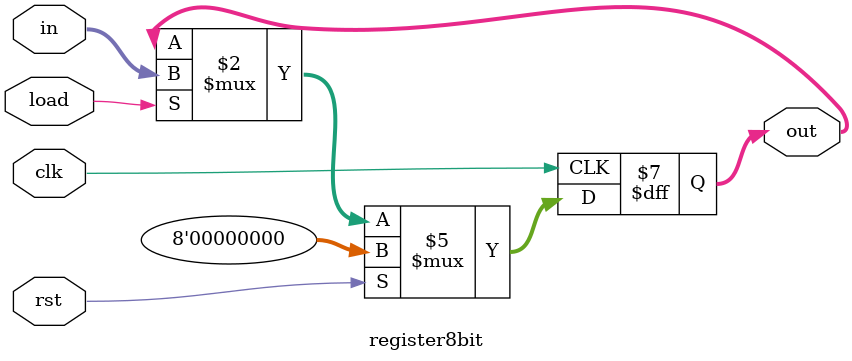
<source format=v>
module register8bit(clk,rst,load,in,out);
input clk,rst,load;
input [7:0]in;
output reg [7:0]out;
always @(posedge clk)
begin
if (rst)
out <= 0;
else if (load)
out <= in;
end
endmodule

</source>
